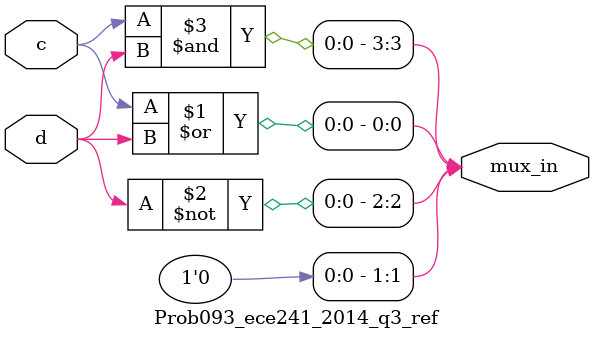
<source format=sv>

module Prob093_ece241_2014_q3_ref (
  input c,
  input d,
  output [3:0] mux_in
);

  assign mux_in[0] = c | d;
  assign mux_in[1] = 0;
  assign mux_in[2] = ~d;
  assign mux_in[3] = c&d;

endmodule


</source>
